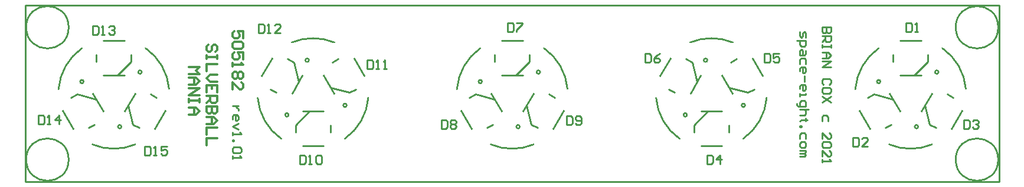
<source format=gto>
%FSLAX25Y25*%
%MOIN*%
G70*
G01*
G75*
G04 Layer_Color=65535*
%ADD10P,0.08352X4X285.0*%
%ADD11P,0.08352X4X165.0*%
%ADD12R,0.05906X0.05906*%
%ADD13C,0.02500*%
%ADD14C,0.05000*%
%ADD15C,0.16500*%
%ADD16R,0.12500X0.12500*%
%ADD17C,0.12500*%
%ADD18C,0.04000*%
%ADD19R,0.17716X0.12205*%
%ADD20R,0.08000X0.05000*%
%ADD21C,0.01000*%
%ADD22C,0.01200*%
D21*
X707036Y625662D02*
G03*
X693767Y602402I17964J-25662D01*
G01*
X756217Y602601D02*
G03*
X742964Y625662I-31217J-2601D01*
G01*
X712952Y571085D02*
G03*
X737048Y571085I12048J28915D01*
G01*
X482036Y625662D02*
G03*
X468767Y602402I17964J-25662D01*
G01*
X531217Y602601D02*
G03*
X517964Y625662I-31217J-2601D01*
G01*
X487952Y571085D02*
G03*
X512048Y571085I12048J28915D01*
G01*
X630464Y574338D02*
G03*
X643733Y597598I-17964J25662D01*
G01*
X581283Y597399D02*
G03*
X594536Y574338I31217J2601D01*
G01*
X624548Y628915D02*
G03*
X600452Y628915I-12048J-28915D01*
G01*
X405464Y574338D02*
G03*
X418733Y597598I-17964J25662D01*
G01*
X356283Y597399D02*
G03*
X369536Y574338I31217J2601D01*
G01*
X399548Y628915D02*
G03*
X375452Y628915I-12048J-28915D01*
G01*
X262952Y571085D02*
G03*
X287048Y571085I12048J28915D01*
G01*
X306217Y602601D02*
G03*
X292964Y625662I-31217J-2601D01*
G01*
X257036D02*
G03*
X243767Y602402I17964J-25662D01*
G01*
X279283Y581151D02*
G03*
X279283Y581151I-984J0D01*
G01*
X257922Y606723D02*
G03*
X257922Y606723I-984J0D01*
G01*
X290748Y612126D02*
G03*
X290748Y612126I-984J0D01*
G01*
X385185Y618849D02*
G03*
X385185Y618849I-984J0D01*
G01*
X406547Y593277D02*
G03*
X406547Y593277I-984J0D01*
G01*
X373721Y587874D02*
G03*
X373721Y587874I-984J0D01*
G01*
X504283Y581151D02*
G03*
X504283Y581151I-984J0D01*
G01*
X482922Y606723D02*
G03*
X482922Y606723I-984J0D01*
G01*
X515748Y612126D02*
G03*
X515748Y612126I-984J0D01*
G01*
X610185Y618849D02*
G03*
X610185Y618849I-984J0D01*
G01*
X631547Y593277D02*
G03*
X631547Y593277I-984J0D01*
G01*
X598721Y587874D02*
G03*
X598721Y587874I-984J0D01*
G01*
X729283Y581151D02*
G03*
X729283Y581151I-984J0D01*
G01*
X707922Y606723D02*
G03*
X707922Y606723I-984J0D01*
G01*
X740748Y612126D02*
G03*
X740748Y612126I-984J0D01*
G01*
X774500Y637500D02*
G03*
X774500Y637500I-12000J0D01*
G01*
Y562500D02*
G03*
X774500Y562500I-12000J0D01*
G01*
X249500D02*
G03*
X249500Y562500I-12000J0D01*
G01*
Y637500D02*
G03*
X249500Y637500I-12000J0D01*
G01*
X225000Y650000D02*
X775000D01*
Y550000D02*
Y650000D01*
X225000Y550000D02*
X775000D01*
X225000D02*
Y650000D01*
X285874Y582460D02*
X289283Y580492D01*
X295717Y599508D02*
X299126Y597540D01*
X281023Y589807D02*
X286929Y600036D01*
X298071Y579964D02*
X303977Y590193D01*
X282992Y593217D02*
X285874Y582460D01*
X250874Y597540D02*
X254283Y599508D01*
X260717Y580492D02*
X264126Y582460D01*
X263071Y600036D02*
X268977Y589807D01*
X246023Y590193D02*
X251929Y579964D01*
X254283Y599508D02*
X265040Y596626D01*
X284842Y618032D02*
Y621969D01*
X265158Y618032D02*
Y621969D01*
X269094Y610157D02*
X280906D01*
X269094Y629843D02*
X280906D01*
X276969Y610157D02*
X284842Y618032D01*
X373217Y619508D02*
X376626Y617540D01*
X363374Y602460D02*
X366783Y600492D01*
X375571Y599964D02*
X381477Y610193D01*
X358523Y609807D02*
X364429Y620036D01*
X376626Y617540D02*
X379508Y606783D01*
X408216Y600492D02*
X411626Y602460D01*
X398374Y617540D02*
X401784Y619508D01*
X393523Y610193D02*
X399429Y599964D01*
X410571Y620036D02*
X416477Y609807D01*
X397460Y603374D02*
X408216Y600492D01*
X377658Y578031D02*
Y581968D01*
X397342Y578031D02*
Y581968D01*
X381594Y589843D02*
X393406D01*
X381594Y570157D02*
X393406D01*
X377658Y581968D02*
X385531Y589843D01*
X510874Y582460D02*
X514284Y580492D01*
X520716Y599508D02*
X524126Y597540D01*
X506023Y589807D02*
X511929Y600036D01*
X523071Y579964D02*
X528977Y590193D01*
X507992Y593217D02*
X510874Y582460D01*
X475874Y597540D02*
X479284Y599508D01*
X485716Y580492D02*
X489126Y582460D01*
X488071Y600036D02*
X493977Y589807D01*
X471023Y590193D02*
X476929Y579964D01*
X479284Y599508D02*
X490040Y596626D01*
X509842Y618032D02*
Y621969D01*
X490158Y618032D02*
Y621969D01*
X494095Y610157D02*
X505905D01*
X494095Y629843D02*
X505905D01*
X501968Y610157D02*
X509842Y618032D01*
X598216Y619508D02*
X601626Y617540D01*
X588374Y602460D02*
X591784Y600492D01*
X600571Y599964D02*
X606477Y610193D01*
X583523Y609807D02*
X589429Y620036D01*
X601626Y617540D02*
X604508Y606783D01*
X633216Y600492D02*
X636626Y602460D01*
X623374Y617540D02*
X626784Y619508D01*
X618523Y610193D02*
X624429Y599964D01*
X635571Y620036D02*
X641477Y609807D01*
X622460Y603374D02*
X633216Y600492D01*
X602658Y578031D02*
Y581968D01*
X622342Y578031D02*
Y581968D01*
X606595Y589843D02*
X618405D01*
X606595Y570157D02*
X618405D01*
X602658Y581968D02*
X610532Y589843D01*
X735874Y582460D02*
X739284Y580492D01*
X745716Y599508D02*
X749126Y597540D01*
X731023Y589807D02*
X736929Y600036D01*
X748071Y579964D02*
X753977Y590193D01*
X732992Y593217D02*
X735874Y582460D01*
X700874Y597540D02*
X704284Y599508D01*
X710716Y580492D02*
X714126Y582460D01*
X713071Y600036D02*
X718977Y589807D01*
X696023Y590193D02*
X701929Y579964D01*
X704284Y599508D02*
X715040Y596626D01*
X734842Y618032D02*
Y621969D01*
X715158Y618032D02*
Y621969D01*
X719095Y610157D02*
X730905D01*
X719095Y629843D02*
X730905D01*
X726968Y610157D02*
X734842Y618032D01*
X662500Y635000D02*
Y632501D01*
X663333Y631668D01*
X664166Y632501D01*
Y634167D01*
X664999Y635000D01*
X665832Y634167D01*
Y631668D01*
X660834Y630002D02*
X665832D01*
Y627502D01*
X664999Y626669D01*
X663333D01*
X662500Y627502D01*
Y630002D01*
X665832Y624170D02*
Y622504D01*
X664999Y621671D01*
X662500D01*
Y624170D01*
X663333Y625003D01*
X664166Y624170D01*
Y621671D01*
X665832Y616673D02*
Y619172D01*
X664999Y620005D01*
X663333D01*
X662500Y619172D01*
Y616673D01*
Y612507D02*
Y614173D01*
X663333Y615006D01*
X664999D01*
X665832Y614173D01*
Y612507D01*
X664999Y611674D01*
X664166D01*
Y615006D01*
X664999Y610008D02*
Y606676D01*
X662500Y602510D02*
Y604177D01*
X663333Y605010D01*
X664999D01*
X665832Y604177D01*
Y602510D01*
X664999Y601678D01*
X664166D01*
Y605010D01*
X662500Y600011D02*
Y598345D01*
Y599178D01*
X665832D01*
Y600011D01*
X660834Y594180D02*
Y593347D01*
X661667Y592514D01*
X665832D01*
Y595013D01*
X664999Y595846D01*
X663333D01*
X662500Y595013D01*
Y592514D01*
X667498Y590848D02*
X662500D01*
X664999D01*
X665832Y590015D01*
Y588348D01*
X664999Y587515D01*
X662500D01*
X666665Y585016D02*
X665832D01*
Y585849D01*
Y584183D01*
Y585016D01*
X663333D01*
X662500Y584183D01*
Y581684D02*
X663333D01*
Y580851D01*
X662500D01*
Y581684D01*
X665832Y574186D02*
Y576686D01*
X664999Y577519D01*
X663333D01*
X662500Y576686D01*
Y574186D01*
Y571687D02*
Y570021D01*
X663333Y569188D01*
X664999D01*
X665832Y570021D01*
Y571687D01*
X664999Y572520D01*
X663333D01*
X662500Y571687D01*
Y567522D02*
X665832D01*
Y566689D01*
X664999Y565856D01*
X662500D01*
X664999D01*
X665832Y565023D01*
X664999Y564190D01*
X662500D01*
X345336Y592881D02*
X342004D01*
X343670D01*
X344503Y592048D01*
X345336Y591215D01*
Y590381D01*
X342004Y585383D02*
Y587049D01*
X342837Y587882D01*
X344503D01*
X345336Y587049D01*
Y585383D01*
X344503Y584550D01*
X343670D01*
Y587882D01*
X345336Y582884D02*
X342004Y581218D01*
X345336Y579552D01*
X342004Y577885D02*
Y576219D01*
Y577052D01*
X347002D01*
X346169Y577885D01*
X342004Y573720D02*
X342837D01*
Y572887D01*
X342004D01*
Y573720D01*
X346169Y569555D02*
X347002Y568722D01*
Y567056D01*
X346169Y566223D01*
X342837D01*
X342004Y567056D01*
Y568722D01*
X342837Y569555D01*
X346169D01*
X342004Y564557D02*
Y562890D01*
Y563724D01*
X347002D01*
X346169Y564557D01*
X679998Y637500D02*
X675000D01*
Y635001D01*
X675833Y634168D01*
X676666D01*
X677499Y635001D01*
Y637500D01*
Y635001D01*
X678332Y634168D01*
X679165D01*
X679998Y635001D01*
Y637500D01*
X675000Y632502D02*
X679998D01*
Y630002D01*
X679165Y629169D01*
X677499D01*
X676666Y630002D01*
Y632502D01*
Y630835D02*
X675000Y629169D01*
X679998Y627503D02*
Y625837D01*
Y626670D01*
X675000D01*
Y627503D01*
Y625837D01*
Y623338D02*
X678332D01*
X679998Y621672D01*
X678332Y620006D01*
X675000D01*
X677499D01*
Y623338D01*
X675000Y618339D02*
X679998D01*
X675000Y615007D01*
X679998D01*
X679165Y605011D02*
X679998Y605844D01*
Y607510D01*
X679165Y608343D01*
X675833D01*
X675000Y607510D01*
Y605844D01*
X675833Y605011D01*
X679998Y600845D02*
Y602511D01*
X679165Y603344D01*
X675833D01*
X675000Y602511D01*
Y600845D01*
X675833Y600012D01*
X679165D01*
X679998Y600845D01*
Y598346D02*
X675000Y595014D01*
X679998D02*
X675000Y598346D01*
X678332Y584168D02*
Y586667D01*
X677499Y587500D01*
X675833D01*
X675000Y586667D01*
Y584168D01*
Y574171D02*
Y577503D01*
X678332Y574171D01*
X679165D01*
X679998Y575004D01*
Y576670D01*
X679165Y577503D01*
Y572505D02*
X679998Y571672D01*
Y570006D01*
X679165Y569173D01*
X675833D01*
X675000Y570006D01*
Y571672D01*
X675833Y572505D01*
X679165D01*
X675000Y564174D02*
Y567507D01*
X678332Y564174D01*
X679165D01*
X679998Y565007D01*
Y566673D01*
X679165Y567507D01*
X675000Y562508D02*
Y560842D01*
Y561675D01*
X679998D01*
X679165Y562508D01*
X722500Y639998D02*
Y635000D01*
X724999D01*
X725832Y635833D01*
Y639165D01*
X724999Y639998D01*
X722500D01*
X727498Y635000D02*
X729165D01*
X728331D01*
Y639998D01*
X727498Y639165D01*
X692500Y574998D02*
Y570000D01*
X694999D01*
X695832Y570833D01*
Y574165D01*
X694999Y574998D01*
X692500D01*
X700831Y570000D02*
X697498D01*
X700831Y573332D01*
Y574165D01*
X699998Y574998D01*
X698331D01*
X697498Y574165D01*
X755000Y584998D02*
Y580000D01*
X757499D01*
X758332Y580833D01*
Y584165D01*
X757499Y584998D01*
X755000D01*
X759998Y584165D02*
X760831Y584998D01*
X762498D01*
X763331Y584165D01*
Y583332D01*
X762498Y582499D01*
X761664D01*
X762498D01*
X763331Y581666D01*
Y580833D01*
X762498Y580000D01*
X760831D01*
X759998Y580833D01*
X610000Y564998D02*
Y560000D01*
X612499D01*
X613332Y560833D01*
Y564165D01*
X612499Y564998D01*
X610000D01*
X617498Y560000D02*
Y564998D01*
X614998Y562499D01*
X618331D01*
X642500Y622498D02*
Y617500D01*
X644999D01*
X645832Y618333D01*
Y621665D01*
X644999Y622498D01*
X642500D01*
X650831D02*
X647498D01*
Y619999D01*
X649164Y620832D01*
X649998D01*
X650831Y619999D01*
Y618333D01*
X649998Y617500D01*
X648331D01*
X647498Y618333D01*
X575000Y622498D02*
Y617500D01*
X577499D01*
X578332Y618333D01*
Y621665D01*
X577499Y622498D01*
X575000D01*
X583331D02*
X581665Y621665D01*
X579998Y619999D01*
Y618333D01*
X580831Y617500D01*
X582498D01*
X583331Y618333D01*
Y619166D01*
X582498Y619999D01*
X579998D01*
X497500Y639998D02*
Y635000D01*
X499999D01*
X500832Y635833D01*
Y639165D01*
X499999Y639998D01*
X497500D01*
X502498D02*
X505831D01*
Y639165D01*
X502498Y635833D01*
Y635000D01*
X460000Y584998D02*
Y580000D01*
X462499D01*
X463332Y580833D01*
Y584165D01*
X462499Y584998D01*
X460000D01*
X464998Y584165D02*
X465831Y584998D01*
X467498D01*
X468331Y584165D01*
Y583332D01*
X467498Y582499D01*
X468331Y581666D01*
Y580833D01*
X467498Y580000D01*
X465831D01*
X464998Y580833D01*
Y581666D01*
X465831Y582499D01*
X464998Y583332D01*
Y584165D01*
X465831Y582499D02*
X467498D01*
X530654Y587253D02*
Y582254D01*
X533153D01*
X533987Y583087D01*
Y586420D01*
X533153Y587253D01*
X530654D01*
X535653Y583087D02*
X536486Y582254D01*
X538152D01*
X538985Y583087D01*
Y586420D01*
X538152Y587253D01*
X536486D01*
X535653Y586420D01*
Y585587D01*
X536486Y584754D01*
X538985D01*
X380000Y564998D02*
Y560000D01*
X382499D01*
X383332Y560833D01*
Y564165D01*
X382499Y564998D01*
X380000D01*
X384998Y560000D02*
X386665D01*
X385831D01*
Y564998D01*
X384998Y564165D01*
X389164D02*
X389997Y564998D01*
X391663D01*
X392496Y564165D01*
Y560833D01*
X391663Y560000D01*
X389997D01*
X389164Y560833D01*
Y564165D01*
X418151Y618904D02*
Y613906D01*
X420651D01*
X421484Y614739D01*
Y618071D01*
X420651Y618904D01*
X418151D01*
X423150Y613906D02*
X424816D01*
X423983D01*
Y618904D01*
X423150Y618071D01*
X427315Y613906D02*
X428981D01*
X428148D01*
Y618904D01*
X427315Y618071D01*
X356652Y639362D02*
Y634363D01*
X359151D01*
X359984Y635196D01*
Y638529D01*
X359151Y639362D01*
X356652D01*
X361650Y634363D02*
X363316D01*
X362483D01*
Y639362D01*
X361650Y638529D01*
X369148Y634363D02*
X365815D01*
X369148Y637696D01*
Y638529D01*
X368315Y639362D01*
X366649D01*
X365815Y638529D01*
X263050Y638348D02*
Y633350D01*
X265549D01*
X266382Y634183D01*
Y637515D01*
X265549Y638348D01*
X263050D01*
X268048Y633350D02*
X269714D01*
X268881D01*
Y638348D01*
X268048Y637515D01*
X272214D02*
X273047Y638348D01*
X274713D01*
X275546Y637515D01*
Y636682D01*
X274713Y635849D01*
X273880D01*
X274713D01*
X275546Y635016D01*
Y634183D01*
X274713Y633350D01*
X273047D01*
X272214Y634183D01*
X232500Y587498D02*
Y582500D01*
X234999D01*
X235832Y583333D01*
Y586665D01*
X234999Y587498D01*
X232500D01*
X237498Y582500D02*
X239164D01*
X238331D01*
Y587498D01*
X237498Y586665D01*
X244163Y582500D02*
Y587498D01*
X241664Y584999D01*
X244996D01*
X292500Y569998D02*
Y565000D01*
X294999D01*
X295832Y565833D01*
Y569165D01*
X294999Y569998D01*
X292500D01*
X297498Y565000D02*
X299165D01*
X298331D01*
Y569998D01*
X297498Y569165D01*
X304996Y569998D02*
X301664D01*
Y567499D01*
X303330Y568332D01*
X304163D01*
X304996Y567499D01*
Y565833D01*
X304163Y565000D01*
X302497D01*
X301664Y565833D01*
D22*
X317500Y615000D02*
X323498D01*
X321499Y613001D01*
X323498Y611001D01*
X317500D01*
Y609002D02*
X321499D01*
X323498Y607003D01*
X321499Y605003D01*
X317500D01*
X320499D01*
Y609002D01*
X317500Y603004D02*
X323498D01*
X317500Y599005D01*
X323498D01*
Y597006D02*
Y595007D01*
Y596006D01*
X317500D01*
Y597006D01*
Y595007D01*
Y592007D02*
X321499D01*
X323498Y590008D01*
X321499Y588009D01*
X317500D01*
X320499D01*
Y592007D01*
X332498Y623501D02*
X333498Y624501D01*
Y626500D01*
X332498Y627500D01*
X331499D01*
X330499Y626500D01*
Y624501D01*
X329499Y623501D01*
X328500D01*
X327500Y624501D01*
Y626500D01*
X328500Y627500D01*
X333498Y621502D02*
Y619503D01*
Y620502D01*
X327500D01*
Y621502D01*
Y619503D01*
X333498Y616504D02*
X327500D01*
Y612505D01*
X333498Y610505D02*
X329499D01*
X327500Y608506D01*
X329499Y606507D01*
X333498D01*
Y600509D02*
Y604507D01*
X327500D01*
Y600509D01*
X330499Y604507D02*
Y602508D01*
X327500Y598509D02*
X333498D01*
Y595510D01*
X332498Y594511D01*
X330499D01*
X329499Y595510D01*
Y598509D01*
Y596510D02*
X327500Y594511D01*
X333498Y592511D02*
X327500D01*
Y589512D01*
X328500Y588513D01*
X329499D01*
X330499Y589512D01*
Y592511D01*
Y589512D01*
X331499Y588513D01*
X332498D01*
X333498Y589512D01*
Y592511D01*
X327500Y586513D02*
X331499D01*
X333498Y584514D01*
X331499Y582514D01*
X327500D01*
X330499D01*
Y586513D01*
X333498Y580515D02*
X327500D01*
Y576516D01*
X333498Y574517D02*
X327500D01*
Y570518D01*
X348002Y631382D02*
Y635381D01*
X345003D01*
X346003Y633381D01*
Y632382D01*
X345003Y631382D01*
X343004D01*
X342004Y632382D01*
Y634381D01*
X343004Y635381D01*
X347002Y629383D02*
X348002Y628383D01*
Y626384D01*
X347002Y625384D01*
X343004D01*
X342004Y626384D01*
Y628383D01*
X343004Y629383D01*
X347002D01*
X348002Y619386D02*
Y623385D01*
X345003D01*
X346003Y621385D01*
Y620386D01*
X345003Y619386D01*
X343004D01*
X342004Y620386D01*
Y622385D01*
X343004Y623385D01*
X342004Y617386D02*
Y615387D01*
Y616387D01*
X348002D01*
X347002Y617386D01*
Y612388D02*
X348002Y611388D01*
Y609389D01*
X347002Y608389D01*
X346003D01*
X345003Y609389D01*
X344003Y608389D01*
X343004D01*
X342004Y609389D01*
Y611388D01*
X343004Y612388D01*
X344003D01*
X345003Y611388D01*
X346003Y612388D01*
X347002D01*
X345003Y611388D02*
Y609389D01*
X342004Y602391D02*
Y606390D01*
X346003Y602391D01*
X347002D01*
X348002Y603391D01*
Y605390D01*
X347002Y606390D01*
M02*

</source>
